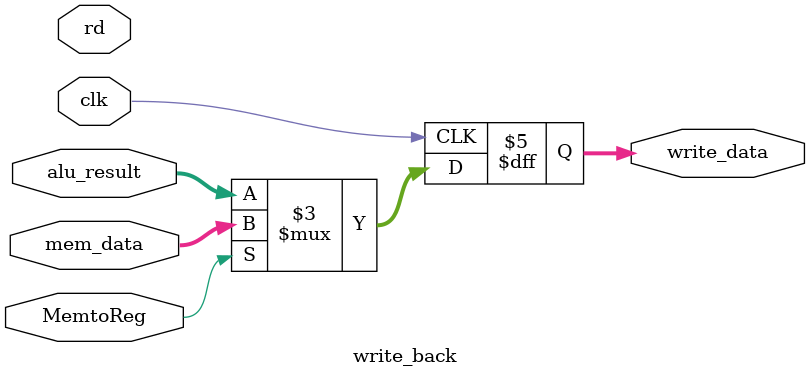
<source format=v>
`timescale 1ns / 1ps

module write_back (
    input wire clk,
    input wire MemtoReg,         // Selects data source for write-back
    input wire [63:0] alu_result,   // Result from ALU
    input wire [63:0] mem_data,     // Data from memory
    output reg [63:0] write_data, //Register Input Write data, It needs to stay constant for register file to do its job
    input wire [4:0] rd          // Destination register address
);

 always @ (posedge clk) begin
     if(MemtoReg) // if MemtoReg is 1
         write_data <= mem_data;
     else
         write_data <= alu_result;
     end
endmodule   
</source>
